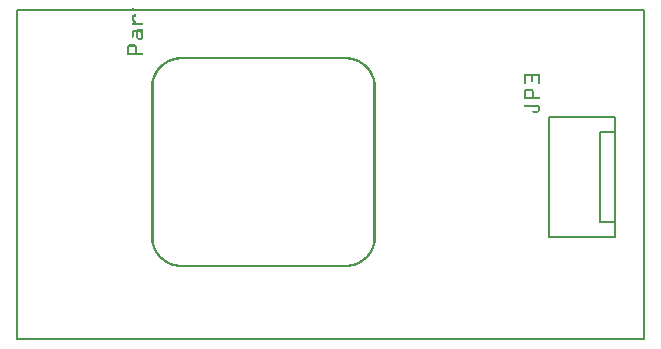
<source format=gto>
G04 MADE WITH FRITZING*
G04 WWW.FRITZING.ORG*
G04 DOUBLE SIDED*
G04 HOLES PLATED*
G04 CONTOUR ON CENTER OF CONTOUR VECTOR*
%ASAXBY*%
%FSLAX23Y23*%
%MOIN*%
%OFA0B0*%
%SFA1.0B1.0*%
%ADD10R,2.097930X1.107440X2.081930X1.091440*%
%ADD11C,0.008000*%
%ADD12C,0.005000*%
%ADD13R,0.001000X0.001000*%
%LNSILK1*%
G90*
G70*
G54D11*
X4Y1103D02*
X2094Y1103D01*
X2094Y4D01*
X4Y4D01*
X4Y1103D01*
D02*
G54D12*
X1777Y345D02*
X1997Y345D01*
D02*
X1777Y745D02*
X1997Y745D01*
D02*
X1777Y745D02*
X1777Y345D01*
D02*
X1997Y745D02*
X1997Y695D01*
D02*
X1997Y695D02*
X1997Y395D01*
D02*
X1997Y395D02*
X1997Y345D01*
D02*
X1997Y395D02*
X1947Y395D01*
D02*
X1947Y395D02*
X1947Y695D01*
D02*
X1947Y695D02*
X1997Y695D01*
G54D13*
X387Y1107D02*
X393Y1107D01*
X387Y1106D02*
X392Y1106D01*
X387Y1105D02*
X392Y1105D01*
X388Y1104D02*
X391Y1104D01*
X394Y1087D02*
X400Y1087D01*
X392Y1086D02*
X401Y1086D01*
X390Y1085D02*
X401Y1085D01*
X389Y1084D02*
X401Y1084D01*
X388Y1083D02*
X401Y1083D01*
X388Y1082D02*
X401Y1082D01*
X387Y1081D02*
X399Y1081D01*
X387Y1080D02*
X394Y1080D01*
X387Y1079D02*
X393Y1079D01*
X387Y1078D02*
X393Y1078D01*
X387Y1077D02*
X393Y1077D01*
X387Y1076D02*
X393Y1076D01*
X387Y1075D02*
X393Y1075D01*
X387Y1074D02*
X393Y1074D01*
X387Y1073D02*
X393Y1073D01*
X387Y1072D02*
X393Y1072D01*
X387Y1071D02*
X393Y1071D01*
X387Y1070D02*
X394Y1070D01*
X387Y1069D02*
X395Y1069D01*
X387Y1068D02*
X396Y1068D01*
X388Y1067D02*
X396Y1067D01*
X389Y1066D02*
X397Y1066D01*
X390Y1065D02*
X398Y1065D01*
X391Y1064D02*
X399Y1064D01*
X392Y1063D02*
X400Y1063D01*
X392Y1062D02*
X401Y1062D01*
X393Y1061D02*
X402Y1061D01*
X390Y1060D02*
X422Y1060D01*
X388Y1059D02*
X424Y1059D01*
X387Y1058D02*
X425Y1058D01*
X387Y1057D02*
X425Y1057D01*
X387Y1056D02*
X425Y1056D01*
X387Y1055D02*
X425Y1055D01*
X388Y1054D02*
X424Y1054D01*
X405Y1037D02*
X423Y1037D01*
X393Y1036D02*
X424Y1036D01*
X391Y1035D02*
X425Y1035D01*
X390Y1034D02*
X425Y1034D01*
X389Y1033D02*
X425Y1033D01*
X388Y1032D02*
X424Y1032D01*
X388Y1031D02*
X423Y1031D01*
X387Y1030D02*
X410Y1030D01*
X415Y1030D02*
X422Y1030D01*
X387Y1029D02*
X394Y1029D01*
X402Y1029D02*
X408Y1029D01*
X415Y1029D02*
X422Y1029D01*
X387Y1028D02*
X393Y1028D01*
X401Y1028D02*
X408Y1028D01*
X416Y1028D02*
X423Y1028D01*
X387Y1027D02*
X393Y1027D01*
X401Y1027D02*
X407Y1027D01*
X416Y1027D02*
X424Y1027D01*
X387Y1026D02*
X393Y1026D01*
X401Y1026D02*
X407Y1026D01*
X417Y1026D02*
X424Y1026D01*
X387Y1025D02*
X393Y1025D01*
X401Y1025D02*
X407Y1025D01*
X418Y1025D02*
X425Y1025D01*
X387Y1024D02*
X393Y1024D01*
X401Y1024D02*
X407Y1024D01*
X418Y1024D02*
X425Y1024D01*
X387Y1023D02*
X393Y1023D01*
X401Y1023D02*
X407Y1023D01*
X419Y1023D02*
X425Y1023D01*
X387Y1022D02*
X393Y1022D01*
X401Y1022D02*
X407Y1022D01*
X419Y1022D02*
X425Y1022D01*
X387Y1021D02*
X393Y1021D01*
X401Y1021D02*
X407Y1021D01*
X419Y1021D02*
X425Y1021D01*
X387Y1020D02*
X393Y1020D01*
X401Y1020D02*
X407Y1020D01*
X419Y1020D02*
X425Y1020D01*
X387Y1019D02*
X393Y1019D01*
X401Y1019D02*
X407Y1019D01*
X419Y1019D02*
X425Y1019D01*
X387Y1018D02*
X393Y1018D01*
X401Y1018D02*
X407Y1018D01*
X419Y1018D02*
X425Y1018D01*
X387Y1017D02*
X393Y1017D01*
X401Y1017D02*
X407Y1017D01*
X419Y1017D02*
X425Y1017D01*
X387Y1016D02*
X393Y1016D01*
X401Y1016D02*
X407Y1016D01*
X419Y1016D02*
X425Y1016D01*
X387Y1015D02*
X393Y1015D01*
X401Y1015D02*
X407Y1015D01*
X419Y1015D02*
X425Y1015D01*
X387Y1014D02*
X393Y1014D01*
X401Y1014D02*
X407Y1014D01*
X419Y1014D02*
X425Y1014D01*
X387Y1013D02*
X392Y1013D01*
X401Y1013D02*
X407Y1013D01*
X419Y1013D02*
X425Y1013D01*
X387Y1012D02*
X392Y1012D01*
X401Y1012D02*
X408Y1012D01*
X419Y1012D02*
X425Y1012D01*
X388Y1011D02*
X392Y1011D01*
X402Y1011D02*
X408Y1011D01*
X418Y1011D02*
X425Y1011D01*
X390Y1010D02*
X390Y1010D01*
X402Y1010D02*
X424Y1010D01*
X402Y1009D02*
X424Y1009D01*
X403Y1008D02*
X423Y1008D01*
X404Y1007D02*
X423Y1007D01*
X404Y1006D02*
X422Y1006D01*
X406Y1005D02*
X421Y1005D01*
X407Y1004D02*
X419Y1004D01*
X379Y987D02*
X397Y987D01*
X377Y986D02*
X399Y986D01*
X375Y985D02*
X401Y985D01*
X374Y984D02*
X402Y984D01*
X374Y983D02*
X402Y983D01*
X373Y982D02*
X403Y982D01*
X373Y981D02*
X404Y981D01*
X372Y980D02*
X380Y980D01*
X397Y980D02*
X404Y980D01*
X372Y979D02*
X378Y979D01*
X398Y979D02*
X404Y979D01*
X372Y978D02*
X378Y978D01*
X398Y978D02*
X404Y978D01*
X372Y977D02*
X378Y977D01*
X398Y977D02*
X404Y977D01*
X372Y976D02*
X378Y976D01*
X398Y976D02*
X404Y976D01*
X372Y975D02*
X378Y975D01*
X398Y975D02*
X404Y975D01*
X372Y974D02*
X378Y974D01*
X398Y974D02*
X404Y974D01*
X372Y973D02*
X378Y973D01*
X398Y973D02*
X404Y973D01*
X372Y972D02*
X378Y972D01*
X398Y972D02*
X404Y972D01*
X372Y971D02*
X378Y971D01*
X398Y971D02*
X404Y971D01*
X372Y970D02*
X378Y970D01*
X398Y970D02*
X404Y970D01*
X372Y969D02*
X378Y969D01*
X398Y969D02*
X404Y969D01*
X372Y968D02*
X378Y968D01*
X398Y968D02*
X404Y968D01*
X372Y967D02*
X378Y967D01*
X398Y967D02*
X404Y967D01*
X372Y966D02*
X378Y966D01*
X398Y966D02*
X404Y966D01*
X372Y965D02*
X378Y965D01*
X398Y965D02*
X404Y965D01*
X372Y964D02*
X378Y964D01*
X398Y964D02*
X404Y964D01*
X372Y963D02*
X378Y963D01*
X398Y963D02*
X404Y963D01*
X372Y962D02*
X378Y962D01*
X398Y962D02*
X404Y962D01*
X372Y961D02*
X378Y961D01*
X398Y961D02*
X404Y961D01*
X372Y960D02*
X422Y960D01*
X372Y959D02*
X424Y959D01*
X372Y958D02*
X425Y958D01*
X372Y957D02*
X425Y957D01*
X372Y956D02*
X425Y956D01*
X372Y955D02*
X425Y955D01*
X372Y954D02*
X424Y954D01*
X545Y945D02*
X1107Y945D01*
X536Y944D02*
X1116Y944D01*
X531Y943D02*
X1121Y943D01*
X527Y942D02*
X1125Y942D01*
X523Y941D02*
X1129Y941D01*
X520Y940D02*
X1132Y940D01*
X517Y939D02*
X1135Y939D01*
X514Y938D02*
X1138Y938D01*
X512Y937D02*
X544Y937D01*
X1108Y937D02*
X1140Y937D01*
X510Y936D02*
X535Y936D01*
X1117Y936D02*
X1142Y936D01*
X508Y935D02*
X530Y935D01*
X1122Y935D02*
X1144Y935D01*
X506Y934D02*
X526Y934D01*
X1126Y934D02*
X1146Y934D01*
X504Y933D02*
X523Y933D01*
X1129Y933D02*
X1148Y933D01*
X502Y932D02*
X520Y932D01*
X1132Y932D02*
X1150Y932D01*
X500Y931D02*
X517Y931D01*
X1135Y931D02*
X1152Y931D01*
X499Y930D02*
X515Y930D01*
X1137Y930D02*
X1153Y930D01*
X497Y929D02*
X513Y929D01*
X1139Y929D02*
X1155Y929D01*
X496Y928D02*
X510Y928D01*
X1142Y928D02*
X1156Y928D01*
X494Y927D02*
X508Y927D01*
X1144Y927D02*
X1158Y927D01*
X493Y926D02*
X506Y926D01*
X1145Y926D02*
X1159Y926D01*
X491Y925D02*
X505Y925D01*
X1147Y925D02*
X1160Y925D01*
X490Y924D02*
X503Y924D01*
X1149Y924D02*
X1162Y924D01*
X489Y923D02*
X501Y923D01*
X1151Y923D02*
X1163Y923D01*
X487Y922D02*
X500Y922D01*
X1152Y922D02*
X1164Y922D01*
X486Y921D02*
X498Y921D01*
X1154Y921D02*
X1166Y921D01*
X485Y920D02*
X497Y920D01*
X1155Y920D02*
X1167Y920D01*
X484Y919D02*
X496Y919D01*
X1156Y919D02*
X1168Y919D01*
X483Y918D02*
X494Y918D01*
X1158Y918D02*
X1169Y918D01*
X482Y917D02*
X493Y917D01*
X1159Y917D02*
X1170Y917D01*
X481Y916D02*
X492Y916D01*
X1160Y916D02*
X1171Y916D01*
X480Y915D02*
X491Y915D01*
X1161Y915D02*
X1172Y915D01*
X479Y914D02*
X490Y914D01*
X1162Y914D02*
X1173Y914D01*
X478Y913D02*
X488Y913D01*
X1163Y913D02*
X1174Y913D01*
X477Y912D02*
X487Y912D01*
X1165Y912D02*
X1175Y912D01*
X476Y911D02*
X486Y911D01*
X1166Y911D02*
X1176Y911D01*
X475Y910D02*
X485Y910D01*
X1167Y910D02*
X1177Y910D01*
X475Y909D02*
X484Y909D01*
X1168Y909D02*
X1177Y909D01*
X474Y908D02*
X483Y908D01*
X1169Y908D02*
X1178Y908D01*
X473Y907D02*
X483Y907D01*
X1169Y907D02*
X1179Y907D01*
X472Y906D02*
X482Y906D01*
X1170Y906D02*
X1180Y906D01*
X472Y905D02*
X481Y905D01*
X1171Y905D02*
X1180Y905D01*
X471Y904D02*
X480Y904D01*
X1172Y904D02*
X1181Y904D01*
X470Y903D02*
X479Y903D01*
X1173Y903D02*
X1182Y903D01*
X469Y902D02*
X478Y902D01*
X1174Y902D02*
X1183Y902D01*
X469Y901D02*
X477Y901D01*
X1174Y901D02*
X1183Y901D01*
X468Y900D02*
X477Y900D01*
X1175Y900D02*
X1184Y900D01*
X467Y899D02*
X476Y899D01*
X1176Y899D02*
X1185Y899D01*
X467Y898D02*
X475Y898D01*
X1177Y898D02*
X1185Y898D01*
X466Y897D02*
X475Y897D01*
X1177Y897D02*
X1186Y897D01*
X465Y896D02*
X474Y896D01*
X1178Y896D02*
X1186Y896D01*
X465Y895D02*
X473Y895D01*
X1179Y895D02*
X1187Y895D01*
X464Y894D02*
X473Y894D01*
X1179Y894D02*
X1188Y894D01*
X464Y893D02*
X472Y893D01*
X1180Y893D02*
X1188Y893D01*
X463Y892D02*
X471Y892D01*
X1181Y892D02*
X1189Y892D01*
X463Y891D02*
X471Y891D01*
X1181Y891D02*
X1189Y891D01*
X462Y890D02*
X470Y890D01*
X1182Y890D02*
X1190Y890D01*
X1699Y890D02*
X1715Y890D01*
X1726Y890D02*
X1741Y890D01*
X462Y889D02*
X470Y889D01*
X1182Y889D02*
X1190Y889D01*
X1697Y889D02*
X1717Y889D01*
X1723Y889D02*
X1744Y889D01*
X461Y888D02*
X469Y888D01*
X1183Y888D02*
X1191Y888D01*
X1696Y888D02*
X1719Y888D01*
X1722Y888D02*
X1745Y888D01*
X461Y887D02*
X469Y887D01*
X1183Y887D02*
X1191Y887D01*
X1695Y887D02*
X1746Y887D01*
X460Y886D02*
X468Y886D01*
X1184Y886D02*
X1192Y886D01*
X1694Y886D02*
X1746Y886D01*
X460Y885D02*
X468Y885D01*
X1184Y885D02*
X1192Y885D01*
X1694Y885D02*
X1747Y885D01*
X459Y884D02*
X467Y884D01*
X1185Y884D02*
X1192Y884D01*
X1694Y884D02*
X1747Y884D01*
X459Y883D02*
X467Y883D01*
X1185Y883D02*
X1193Y883D01*
X1694Y883D02*
X1700Y883D01*
X1715Y883D02*
X1726Y883D01*
X1741Y883D02*
X1747Y883D01*
X459Y882D02*
X466Y882D01*
X1186Y882D02*
X1193Y882D01*
X1694Y882D02*
X1700Y882D01*
X1716Y882D02*
X1724Y882D01*
X1741Y882D02*
X1747Y882D01*
X458Y881D02*
X466Y881D01*
X1186Y881D02*
X1194Y881D01*
X1694Y881D02*
X1700Y881D01*
X1717Y881D02*
X1724Y881D01*
X1741Y881D02*
X1747Y881D01*
X458Y880D02*
X465Y880D01*
X1187Y880D02*
X1194Y880D01*
X1694Y880D02*
X1700Y880D01*
X1717Y880D02*
X1723Y880D01*
X1741Y880D02*
X1747Y880D01*
X458Y879D02*
X465Y879D01*
X1187Y879D02*
X1194Y879D01*
X1694Y879D02*
X1700Y879D01*
X1717Y879D02*
X1723Y879D01*
X1741Y879D02*
X1747Y879D01*
X457Y878D02*
X465Y878D01*
X1187Y878D02*
X1195Y878D01*
X1694Y878D02*
X1700Y878D01*
X1717Y878D02*
X1723Y878D01*
X1741Y878D02*
X1747Y878D01*
X457Y877D02*
X464Y877D01*
X1188Y877D02*
X1195Y877D01*
X1694Y877D02*
X1700Y877D01*
X1717Y877D02*
X1723Y877D01*
X1741Y877D02*
X1747Y877D01*
X457Y876D02*
X464Y876D01*
X1188Y876D02*
X1195Y876D01*
X1694Y876D02*
X1700Y876D01*
X1717Y876D02*
X1723Y876D01*
X1741Y876D02*
X1747Y876D01*
X456Y875D02*
X463Y875D01*
X1188Y875D02*
X1196Y875D01*
X1694Y875D02*
X1700Y875D01*
X1717Y875D02*
X1723Y875D01*
X1741Y875D02*
X1747Y875D01*
X456Y874D02*
X463Y874D01*
X1189Y874D02*
X1196Y874D01*
X1694Y874D02*
X1700Y874D01*
X1717Y874D02*
X1723Y874D01*
X1741Y874D02*
X1747Y874D01*
X456Y873D02*
X463Y873D01*
X1189Y873D02*
X1196Y873D01*
X1694Y873D02*
X1700Y873D01*
X1717Y873D02*
X1723Y873D01*
X1741Y873D02*
X1747Y873D01*
X455Y872D02*
X462Y872D01*
X1189Y872D02*
X1197Y872D01*
X1694Y872D02*
X1700Y872D01*
X1717Y872D02*
X1723Y872D01*
X1741Y872D02*
X1747Y872D01*
X455Y871D02*
X462Y871D01*
X1190Y871D02*
X1197Y871D01*
X1694Y871D02*
X1700Y871D01*
X1717Y871D02*
X1723Y871D01*
X1741Y871D02*
X1747Y871D01*
X455Y870D02*
X462Y870D01*
X1190Y870D02*
X1197Y870D01*
X1694Y870D02*
X1700Y870D01*
X1717Y870D02*
X1723Y870D01*
X1741Y870D02*
X1747Y870D01*
X455Y869D02*
X462Y869D01*
X1190Y869D02*
X1197Y869D01*
X1694Y869D02*
X1700Y869D01*
X1717Y869D02*
X1723Y869D01*
X1741Y869D02*
X1747Y869D01*
X454Y868D02*
X461Y868D01*
X1191Y868D02*
X1198Y868D01*
X1694Y868D02*
X1700Y868D01*
X1717Y868D02*
X1723Y868D01*
X1741Y868D02*
X1747Y868D01*
X454Y867D02*
X461Y867D01*
X1191Y867D02*
X1198Y867D01*
X1694Y867D02*
X1700Y867D01*
X1717Y867D02*
X1723Y867D01*
X1741Y867D02*
X1747Y867D01*
X454Y866D02*
X461Y866D01*
X1191Y866D02*
X1198Y866D01*
X1694Y866D02*
X1700Y866D01*
X1717Y866D02*
X1723Y866D01*
X1741Y866D02*
X1747Y866D01*
X454Y865D02*
X461Y865D01*
X1191Y865D02*
X1198Y865D01*
X1694Y865D02*
X1700Y865D01*
X1717Y865D02*
X1723Y865D01*
X1741Y865D02*
X1747Y865D01*
X453Y864D02*
X460Y864D01*
X1191Y864D02*
X1198Y864D01*
X1694Y864D02*
X1700Y864D01*
X1718Y864D02*
X1723Y864D01*
X1741Y864D02*
X1747Y864D01*
X453Y863D02*
X460Y863D01*
X1192Y863D02*
X1199Y863D01*
X1694Y863D02*
X1700Y863D01*
X1719Y863D02*
X1722Y863D01*
X1741Y863D02*
X1747Y863D01*
X453Y862D02*
X460Y862D01*
X1192Y862D02*
X1199Y862D01*
X1694Y862D02*
X1700Y862D01*
X1741Y862D02*
X1747Y862D01*
X453Y861D02*
X460Y861D01*
X1192Y861D02*
X1199Y861D01*
X1694Y861D02*
X1700Y861D01*
X1741Y861D02*
X1747Y861D01*
X453Y860D02*
X460Y860D01*
X1192Y860D02*
X1199Y860D01*
X1694Y860D02*
X1700Y860D01*
X1741Y860D02*
X1747Y860D01*
X453Y859D02*
X460Y859D01*
X1192Y859D02*
X1199Y859D01*
X1694Y859D02*
X1700Y859D01*
X1741Y859D02*
X1747Y859D01*
X452Y858D02*
X459Y858D01*
X1192Y858D02*
X1199Y858D01*
X1694Y858D02*
X1700Y858D01*
X1741Y858D02*
X1747Y858D01*
X452Y857D02*
X459Y857D01*
X1193Y857D02*
X1200Y857D01*
X1694Y857D02*
X1699Y857D01*
X1742Y857D02*
X1746Y857D01*
X452Y856D02*
X459Y856D01*
X1193Y856D02*
X1200Y856D01*
X1696Y856D02*
X1698Y856D01*
X1743Y856D02*
X1745Y856D01*
X452Y855D02*
X459Y855D01*
X1193Y855D02*
X1200Y855D01*
X452Y854D02*
X459Y854D01*
X1193Y854D02*
X1200Y854D01*
X452Y853D02*
X459Y853D01*
X1193Y853D02*
X1200Y853D01*
X452Y852D02*
X459Y852D01*
X1193Y852D02*
X1200Y852D01*
X452Y851D02*
X459Y851D01*
X1193Y851D02*
X1200Y851D01*
X452Y850D02*
X459Y850D01*
X1193Y850D02*
X1200Y850D01*
X452Y849D02*
X459Y849D01*
X1193Y849D02*
X1200Y849D01*
X452Y848D02*
X459Y848D01*
X1193Y848D02*
X1200Y848D01*
X452Y847D02*
X459Y847D01*
X1193Y847D02*
X1200Y847D01*
X452Y846D02*
X459Y846D01*
X1193Y846D02*
X1200Y846D01*
X452Y845D02*
X459Y845D01*
X1193Y845D02*
X1200Y845D01*
X452Y844D02*
X459Y844D01*
X1193Y844D02*
X1200Y844D01*
X452Y843D02*
X459Y843D01*
X1193Y843D02*
X1200Y843D01*
X452Y842D02*
X459Y842D01*
X1193Y842D02*
X1200Y842D01*
X452Y841D02*
X459Y841D01*
X1193Y841D02*
X1200Y841D01*
X452Y840D02*
X459Y840D01*
X1193Y840D02*
X1200Y840D01*
X1702Y840D02*
X1718Y840D01*
X452Y839D02*
X459Y839D01*
X1193Y839D02*
X1200Y839D01*
X1699Y839D02*
X1720Y839D01*
X452Y838D02*
X459Y838D01*
X1193Y838D02*
X1200Y838D01*
X1698Y838D02*
X1722Y838D01*
X452Y837D02*
X459Y837D01*
X1193Y837D02*
X1200Y837D01*
X1697Y837D02*
X1723Y837D01*
X452Y836D02*
X459Y836D01*
X1193Y836D02*
X1200Y836D01*
X1696Y836D02*
X1724Y836D01*
X452Y835D02*
X459Y835D01*
X1193Y835D02*
X1200Y835D01*
X1695Y835D02*
X1725Y835D01*
X452Y834D02*
X459Y834D01*
X1193Y834D02*
X1200Y834D01*
X1695Y834D02*
X1725Y834D01*
X452Y833D02*
X459Y833D01*
X1193Y833D02*
X1200Y833D01*
X1694Y833D02*
X1702Y833D01*
X1718Y833D02*
X1726Y833D01*
X452Y832D02*
X459Y832D01*
X1193Y832D02*
X1200Y832D01*
X1694Y832D02*
X1701Y832D01*
X1719Y832D02*
X1726Y832D01*
X452Y831D02*
X459Y831D01*
X1193Y831D02*
X1200Y831D01*
X1694Y831D02*
X1700Y831D01*
X1720Y831D02*
X1726Y831D01*
X452Y830D02*
X459Y830D01*
X1193Y830D02*
X1200Y830D01*
X1694Y830D02*
X1700Y830D01*
X1720Y830D02*
X1726Y830D01*
X452Y829D02*
X459Y829D01*
X1193Y829D02*
X1200Y829D01*
X1694Y829D02*
X1700Y829D01*
X1720Y829D02*
X1726Y829D01*
X452Y828D02*
X459Y828D01*
X1193Y828D02*
X1200Y828D01*
X1694Y828D02*
X1700Y828D01*
X1720Y828D02*
X1726Y828D01*
X452Y827D02*
X459Y827D01*
X1193Y827D02*
X1200Y827D01*
X1694Y827D02*
X1700Y827D01*
X1720Y827D02*
X1726Y827D01*
X452Y826D02*
X459Y826D01*
X1193Y826D02*
X1200Y826D01*
X1694Y826D02*
X1700Y826D01*
X1720Y826D02*
X1726Y826D01*
X452Y825D02*
X459Y825D01*
X1193Y825D02*
X1200Y825D01*
X1694Y825D02*
X1700Y825D01*
X1720Y825D02*
X1726Y825D01*
X452Y824D02*
X459Y824D01*
X1193Y824D02*
X1200Y824D01*
X1694Y824D02*
X1700Y824D01*
X1720Y824D02*
X1726Y824D01*
X452Y823D02*
X459Y823D01*
X1193Y823D02*
X1200Y823D01*
X1694Y823D02*
X1700Y823D01*
X1720Y823D02*
X1726Y823D01*
X452Y822D02*
X459Y822D01*
X1193Y822D02*
X1200Y822D01*
X1694Y822D02*
X1700Y822D01*
X1720Y822D02*
X1726Y822D01*
X452Y821D02*
X459Y821D01*
X1193Y821D02*
X1200Y821D01*
X1694Y821D02*
X1700Y821D01*
X1720Y821D02*
X1726Y821D01*
X452Y820D02*
X459Y820D01*
X1193Y820D02*
X1200Y820D01*
X1694Y820D02*
X1700Y820D01*
X1720Y820D02*
X1726Y820D01*
X452Y819D02*
X459Y819D01*
X1193Y819D02*
X1200Y819D01*
X1694Y819D02*
X1700Y819D01*
X1720Y819D02*
X1726Y819D01*
X452Y818D02*
X459Y818D01*
X1193Y818D02*
X1200Y818D01*
X1694Y818D02*
X1700Y818D01*
X1720Y818D02*
X1726Y818D01*
X452Y817D02*
X459Y817D01*
X1193Y817D02*
X1200Y817D01*
X1694Y817D02*
X1700Y817D01*
X1720Y817D02*
X1726Y817D01*
X452Y816D02*
X459Y816D01*
X1193Y816D02*
X1200Y816D01*
X1694Y816D02*
X1700Y816D01*
X1720Y816D02*
X1726Y816D01*
X452Y815D02*
X459Y815D01*
X1193Y815D02*
X1200Y815D01*
X1694Y815D02*
X1700Y815D01*
X1720Y815D02*
X1726Y815D01*
X452Y814D02*
X459Y814D01*
X1193Y814D02*
X1200Y814D01*
X1694Y814D02*
X1700Y814D01*
X1720Y814D02*
X1726Y814D01*
X452Y813D02*
X459Y813D01*
X1193Y813D02*
X1200Y813D01*
X1694Y813D02*
X1700Y813D01*
X1720Y813D02*
X1726Y813D01*
X452Y812D02*
X459Y812D01*
X1193Y812D02*
X1200Y812D01*
X1694Y812D02*
X1745Y812D01*
X452Y811D02*
X459Y811D01*
X1193Y811D02*
X1200Y811D01*
X1694Y811D02*
X1746Y811D01*
X452Y810D02*
X459Y810D01*
X1193Y810D02*
X1200Y810D01*
X1694Y810D02*
X1747Y810D01*
X452Y809D02*
X459Y809D01*
X1193Y809D02*
X1200Y809D01*
X1694Y809D02*
X1747Y809D01*
X452Y808D02*
X459Y808D01*
X1193Y808D02*
X1200Y808D01*
X1694Y808D02*
X1747Y808D01*
X452Y807D02*
X459Y807D01*
X1193Y807D02*
X1200Y807D01*
X1694Y807D02*
X1746Y807D01*
X452Y806D02*
X459Y806D01*
X1193Y806D02*
X1200Y806D01*
X1694Y806D02*
X1745Y806D01*
X452Y805D02*
X459Y805D01*
X1193Y805D02*
X1200Y805D01*
X452Y804D02*
X459Y804D01*
X1193Y804D02*
X1200Y804D01*
X452Y803D02*
X459Y803D01*
X1193Y803D02*
X1200Y803D01*
X452Y802D02*
X459Y802D01*
X1193Y802D02*
X1200Y802D01*
X452Y801D02*
X459Y801D01*
X1193Y801D02*
X1200Y801D01*
X452Y800D02*
X459Y800D01*
X1193Y800D02*
X1200Y800D01*
X452Y799D02*
X459Y799D01*
X1193Y799D02*
X1200Y799D01*
X452Y798D02*
X459Y798D01*
X1193Y798D02*
X1200Y798D01*
X452Y797D02*
X459Y797D01*
X1193Y797D02*
X1200Y797D01*
X452Y796D02*
X459Y796D01*
X1193Y796D02*
X1200Y796D01*
X452Y795D02*
X459Y795D01*
X1193Y795D02*
X1200Y795D01*
X452Y794D02*
X459Y794D01*
X1193Y794D02*
X1200Y794D01*
X452Y793D02*
X459Y793D01*
X1193Y793D02*
X1200Y793D01*
X452Y792D02*
X459Y792D01*
X1193Y792D02*
X1200Y792D01*
X452Y791D02*
X459Y791D01*
X1193Y791D02*
X1200Y791D01*
X452Y790D02*
X459Y790D01*
X1193Y790D02*
X1200Y790D01*
X452Y789D02*
X459Y789D01*
X1193Y789D02*
X1200Y789D01*
X452Y788D02*
X459Y788D01*
X1193Y788D02*
X1200Y788D01*
X452Y787D02*
X459Y787D01*
X1193Y787D02*
X1200Y787D01*
X452Y786D02*
X459Y786D01*
X1193Y786D02*
X1200Y786D01*
X1695Y786D02*
X1740Y786D01*
X452Y785D02*
X459Y785D01*
X1193Y785D02*
X1200Y785D01*
X1694Y785D02*
X1742Y785D01*
X452Y784D02*
X459Y784D01*
X1193Y784D02*
X1200Y784D01*
X1694Y784D02*
X1743Y784D01*
X452Y783D02*
X459Y783D01*
X1193Y783D02*
X1200Y783D01*
X1694Y783D02*
X1744Y783D01*
X452Y782D02*
X459Y782D01*
X1193Y782D02*
X1200Y782D01*
X1694Y782D02*
X1745Y782D01*
X452Y781D02*
X459Y781D01*
X1193Y781D02*
X1200Y781D01*
X1695Y781D02*
X1746Y781D01*
X452Y780D02*
X459Y780D01*
X1193Y780D02*
X1200Y780D01*
X1696Y780D02*
X1746Y780D01*
X452Y779D02*
X459Y779D01*
X1193Y779D02*
X1200Y779D01*
X1739Y779D02*
X1746Y779D01*
X452Y778D02*
X459Y778D01*
X1193Y778D02*
X1200Y778D01*
X1740Y778D02*
X1747Y778D01*
X452Y777D02*
X459Y777D01*
X1193Y777D02*
X1200Y777D01*
X1741Y777D02*
X1747Y777D01*
X452Y776D02*
X459Y776D01*
X1193Y776D02*
X1200Y776D01*
X1741Y776D02*
X1747Y776D01*
X452Y775D02*
X459Y775D01*
X1193Y775D02*
X1200Y775D01*
X1741Y775D02*
X1747Y775D01*
X452Y774D02*
X459Y774D01*
X1193Y774D02*
X1200Y774D01*
X1741Y774D02*
X1747Y774D01*
X452Y773D02*
X459Y773D01*
X1193Y773D02*
X1200Y773D01*
X1741Y773D02*
X1747Y773D01*
X452Y772D02*
X459Y772D01*
X1193Y772D02*
X1200Y772D01*
X1741Y772D02*
X1747Y772D01*
X452Y771D02*
X459Y771D01*
X1193Y771D02*
X1200Y771D01*
X1741Y771D02*
X1747Y771D01*
X452Y770D02*
X459Y770D01*
X1193Y770D02*
X1200Y770D01*
X1741Y770D02*
X1747Y770D01*
X452Y769D02*
X459Y769D01*
X1193Y769D02*
X1200Y769D01*
X1741Y769D02*
X1747Y769D01*
X452Y768D02*
X459Y768D01*
X1193Y768D02*
X1200Y768D01*
X1740Y768D02*
X1747Y768D01*
X452Y767D02*
X459Y767D01*
X1193Y767D02*
X1200Y767D01*
X1740Y767D02*
X1747Y767D01*
X452Y766D02*
X459Y766D01*
X1193Y766D02*
X1200Y766D01*
X1726Y766D02*
X1746Y766D01*
X452Y765D02*
X459Y765D01*
X1193Y765D02*
X1200Y765D01*
X1724Y765D02*
X1746Y765D01*
X452Y764D02*
X459Y764D01*
X1193Y764D02*
X1200Y764D01*
X1723Y764D02*
X1745Y764D01*
X452Y763D02*
X459Y763D01*
X1193Y763D02*
X1200Y763D01*
X1723Y763D02*
X1744Y763D01*
X452Y762D02*
X459Y762D01*
X1193Y762D02*
X1200Y762D01*
X1723Y762D02*
X1744Y762D01*
X452Y761D02*
X459Y761D01*
X1193Y761D02*
X1200Y761D01*
X1724Y761D02*
X1742Y761D01*
X452Y760D02*
X459Y760D01*
X1193Y760D02*
X1200Y760D01*
X1724Y760D02*
X1741Y760D01*
X452Y759D02*
X459Y759D01*
X1193Y759D02*
X1200Y759D01*
X452Y758D02*
X459Y758D01*
X1193Y758D02*
X1200Y758D01*
X452Y757D02*
X459Y757D01*
X1193Y757D02*
X1200Y757D01*
X452Y756D02*
X459Y756D01*
X1193Y756D02*
X1200Y756D01*
X452Y755D02*
X459Y755D01*
X1193Y755D02*
X1200Y755D01*
X452Y754D02*
X459Y754D01*
X1193Y754D02*
X1200Y754D01*
X452Y753D02*
X459Y753D01*
X1193Y753D02*
X1200Y753D01*
X452Y752D02*
X459Y752D01*
X1193Y752D02*
X1200Y752D01*
X452Y751D02*
X459Y751D01*
X1193Y751D02*
X1200Y751D01*
X452Y750D02*
X459Y750D01*
X1193Y750D02*
X1200Y750D01*
X452Y749D02*
X459Y749D01*
X1193Y749D02*
X1200Y749D01*
X452Y748D02*
X459Y748D01*
X1193Y748D02*
X1200Y748D01*
X452Y747D02*
X459Y747D01*
X1193Y747D02*
X1200Y747D01*
X452Y746D02*
X459Y746D01*
X1193Y746D02*
X1200Y746D01*
X452Y745D02*
X459Y745D01*
X1193Y745D02*
X1200Y745D01*
X452Y744D02*
X459Y744D01*
X1193Y744D02*
X1200Y744D01*
X452Y743D02*
X459Y743D01*
X1193Y743D02*
X1200Y743D01*
X452Y742D02*
X459Y742D01*
X1193Y742D02*
X1200Y742D01*
X452Y741D02*
X459Y741D01*
X1193Y741D02*
X1200Y741D01*
X452Y740D02*
X459Y740D01*
X1193Y740D02*
X1200Y740D01*
X452Y739D02*
X459Y739D01*
X1193Y739D02*
X1200Y739D01*
X452Y738D02*
X459Y738D01*
X1193Y738D02*
X1200Y738D01*
X452Y737D02*
X459Y737D01*
X1193Y737D02*
X1200Y737D01*
X452Y736D02*
X459Y736D01*
X1193Y736D02*
X1200Y736D01*
X452Y735D02*
X459Y735D01*
X1193Y735D02*
X1200Y735D01*
X452Y734D02*
X459Y734D01*
X1193Y734D02*
X1200Y734D01*
X452Y733D02*
X459Y733D01*
X1193Y733D02*
X1200Y733D01*
X452Y732D02*
X459Y732D01*
X1193Y732D02*
X1200Y732D01*
X452Y731D02*
X459Y731D01*
X1193Y731D02*
X1200Y731D01*
X452Y730D02*
X459Y730D01*
X1193Y730D02*
X1200Y730D01*
X452Y729D02*
X459Y729D01*
X1193Y729D02*
X1200Y729D01*
X452Y728D02*
X459Y728D01*
X1193Y728D02*
X1200Y728D01*
X452Y727D02*
X459Y727D01*
X1193Y727D02*
X1200Y727D01*
X452Y726D02*
X459Y726D01*
X1193Y726D02*
X1200Y726D01*
X452Y725D02*
X459Y725D01*
X1193Y725D02*
X1200Y725D01*
X452Y724D02*
X459Y724D01*
X1193Y724D02*
X1200Y724D01*
X452Y723D02*
X459Y723D01*
X1193Y723D02*
X1200Y723D01*
X452Y722D02*
X459Y722D01*
X1193Y722D02*
X1200Y722D01*
X452Y721D02*
X459Y721D01*
X1193Y721D02*
X1200Y721D01*
X452Y720D02*
X459Y720D01*
X1193Y720D02*
X1200Y720D01*
X452Y719D02*
X459Y719D01*
X1193Y719D02*
X1200Y719D01*
X452Y718D02*
X459Y718D01*
X1193Y718D02*
X1200Y718D01*
X452Y717D02*
X459Y717D01*
X1193Y717D02*
X1200Y717D01*
X452Y716D02*
X459Y716D01*
X1193Y716D02*
X1200Y716D01*
X452Y715D02*
X459Y715D01*
X1193Y715D02*
X1200Y715D01*
X452Y714D02*
X459Y714D01*
X1193Y714D02*
X1200Y714D01*
X452Y713D02*
X459Y713D01*
X1193Y713D02*
X1200Y713D01*
X452Y712D02*
X459Y712D01*
X1193Y712D02*
X1200Y712D01*
X452Y711D02*
X459Y711D01*
X1193Y711D02*
X1200Y711D01*
X452Y710D02*
X459Y710D01*
X1193Y710D02*
X1200Y710D01*
X452Y709D02*
X459Y709D01*
X1193Y709D02*
X1200Y709D01*
X452Y708D02*
X459Y708D01*
X1193Y708D02*
X1200Y708D01*
X452Y707D02*
X459Y707D01*
X1193Y707D02*
X1200Y707D01*
X452Y706D02*
X459Y706D01*
X1193Y706D02*
X1200Y706D01*
X452Y705D02*
X459Y705D01*
X1193Y705D02*
X1200Y705D01*
X452Y704D02*
X459Y704D01*
X1193Y704D02*
X1200Y704D01*
X452Y703D02*
X459Y703D01*
X1193Y703D02*
X1200Y703D01*
X452Y702D02*
X459Y702D01*
X1193Y702D02*
X1200Y702D01*
X452Y701D02*
X459Y701D01*
X1193Y701D02*
X1200Y701D01*
X452Y700D02*
X459Y700D01*
X1193Y700D02*
X1200Y700D01*
X452Y699D02*
X459Y699D01*
X1193Y699D02*
X1200Y699D01*
X452Y698D02*
X459Y698D01*
X1193Y698D02*
X1200Y698D01*
X452Y697D02*
X459Y697D01*
X1193Y697D02*
X1200Y697D01*
X452Y696D02*
X459Y696D01*
X1193Y696D02*
X1200Y696D01*
X452Y695D02*
X459Y695D01*
X1193Y695D02*
X1200Y695D01*
X452Y694D02*
X459Y694D01*
X1193Y694D02*
X1200Y694D01*
X452Y693D02*
X459Y693D01*
X1193Y693D02*
X1200Y693D01*
X452Y692D02*
X459Y692D01*
X1193Y692D02*
X1200Y692D01*
X452Y691D02*
X459Y691D01*
X1193Y691D02*
X1200Y691D01*
X452Y690D02*
X459Y690D01*
X1193Y690D02*
X1200Y690D01*
X452Y689D02*
X459Y689D01*
X1193Y689D02*
X1200Y689D01*
X452Y688D02*
X459Y688D01*
X1193Y688D02*
X1200Y688D01*
X452Y687D02*
X459Y687D01*
X1193Y687D02*
X1200Y687D01*
X452Y686D02*
X459Y686D01*
X1193Y686D02*
X1200Y686D01*
X452Y685D02*
X459Y685D01*
X1193Y685D02*
X1200Y685D01*
X452Y684D02*
X459Y684D01*
X1193Y684D02*
X1200Y684D01*
X452Y683D02*
X459Y683D01*
X1193Y683D02*
X1200Y683D01*
X452Y682D02*
X459Y682D01*
X1193Y682D02*
X1200Y682D01*
X452Y681D02*
X459Y681D01*
X1193Y681D02*
X1200Y681D01*
X452Y680D02*
X459Y680D01*
X1193Y680D02*
X1200Y680D01*
X452Y679D02*
X459Y679D01*
X1193Y679D02*
X1200Y679D01*
X452Y678D02*
X459Y678D01*
X1193Y678D02*
X1200Y678D01*
X452Y677D02*
X459Y677D01*
X1193Y677D02*
X1200Y677D01*
X452Y676D02*
X459Y676D01*
X1193Y676D02*
X1200Y676D01*
X452Y675D02*
X459Y675D01*
X1193Y675D02*
X1200Y675D01*
X452Y674D02*
X459Y674D01*
X1193Y674D02*
X1200Y674D01*
X452Y673D02*
X459Y673D01*
X1193Y673D02*
X1200Y673D01*
X452Y672D02*
X459Y672D01*
X1193Y672D02*
X1200Y672D01*
X452Y671D02*
X459Y671D01*
X1193Y671D02*
X1200Y671D01*
X452Y670D02*
X459Y670D01*
X1193Y670D02*
X1200Y670D01*
X452Y669D02*
X459Y669D01*
X1193Y669D02*
X1200Y669D01*
X452Y668D02*
X459Y668D01*
X1193Y668D02*
X1200Y668D01*
X452Y667D02*
X459Y667D01*
X1193Y667D02*
X1200Y667D01*
X452Y666D02*
X459Y666D01*
X1193Y666D02*
X1200Y666D01*
X452Y665D02*
X459Y665D01*
X1193Y665D02*
X1200Y665D01*
X452Y664D02*
X459Y664D01*
X1193Y664D02*
X1200Y664D01*
X452Y663D02*
X459Y663D01*
X1193Y663D02*
X1200Y663D01*
X452Y662D02*
X459Y662D01*
X1193Y662D02*
X1200Y662D01*
X452Y661D02*
X459Y661D01*
X1193Y661D02*
X1200Y661D01*
X452Y660D02*
X459Y660D01*
X1193Y660D02*
X1200Y660D01*
X452Y659D02*
X459Y659D01*
X1193Y659D02*
X1200Y659D01*
X452Y658D02*
X459Y658D01*
X1193Y658D02*
X1200Y658D01*
X452Y657D02*
X459Y657D01*
X1193Y657D02*
X1200Y657D01*
X452Y656D02*
X459Y656D01*
X1193Y656D02*
X1200Y656D01*
X452Y655D02*
X459Y655D01*
X1193Y655D02*
X1200Y655D01*
X452Y654D02*
X459Y654D01*
X1193Y654D02*
X1200Y654D01*
X452Y653D02*
X459Y653D01*
X1193Y653D02*
X1200Y653D01*
X452Y652D02*
X459Y652D01*
X1193Y652D02*
X1200Y652D01*
X452Y651D02*
X459Y651D01*
X1193Y651D02*
X1200Y651D01*
X452Y650D02*
X459Y650D01*
X1193Y650D02*
X1200Y650D01*
X452Y649D02*
X459Y649D01*
X1193Y649D02*
X1200Y649D01*
X452Y648D02*
X459Y648D01*
X1193Y648D02*
X1200Y648D01*
X452Y647D02*
X459Y647D01*
X1193Y647D02*
X1200Y647D01*
X452Y646D02*
X459Y646D01*
X1193Y646D02*
X1200Y646D01*
X452Y645D02*
X459Y645D01*
X1193Y645D02*
X1200Y645D01*
X452Y644D02*
X459Y644D01*
X1193Y644D02*
X1200Y644D01*
X452Y643D02*
X459Y643D01*
X1193Y643D02*
X1200Y643D01*
X452Y642D02*
X459Y642D01*
X1193Y642D02*
X1200Y642D01*
X452Y641D02*
X459Y641D01*
X1193Y641D02*
X1200Y641D01*
X452Y640D02*
X459Y640D01*
X1193Y640D02*
X1200Y640D01*
X452Y639D02*
X459Y639D01*
X1193Y639D02*
X1200Y639D01*
X452Y638D02*
X459Y638D01*
X1193Y638D02*
X1200Y638D01*
X452Y637D02*
X459Y637D01*
X1193Y637D02*
X1200Y637D01*
X452Y636D02*
X459Y636D01*
X1193Y636D02*
X1200Y636D01*
X452Y635D02*
X459Y635D01*
X1193Y635D02*
X1200Y635D01*
X452Y634D02*
X459Y634D01*
X1193Y634D02*
X1200Y634D01*
X452Y633D02*
X459Y633D01*
X1193Y633D02*
X1200Y633D01*
X452Y632D02*
X459Y632D01*
X1193Y632D02*
X1200Y632D01*
X452Y631D02*
X459Y631D01*
X1193Y631D02*
X1200Y631D01*
X452Y630D02*
X459Y630D01*
X1193Y630D02*
X1200Y630D01*
X452Y629D02*
X459Y629D01*
X1193Y629D02*
X1200Y629D01*
X452Y628D02*
X459Y628D01*
X1193Y628D02*
X1200Y628D01*
X452Y627D02*
X459Y627D01*
X1193Y627D02*
X1200Y627D01*
X452Y626D02*
X459Y626D01*
X1193Y626D02*
X1200Y626D01*
X452Y625D02*
X459Y625D01*
X1193Y625D02*
X1200Y625D01*
X452Y624D02*
X459Y624D01*
X1193Y624D02*
X1200Y624D01*
X452Y623D02*
X459Y623D01*
X1193Y623D02*
X1200Y623D01*
X452Y622D02*
X459Y622D01*
X1193Y622D02*
X1200Y622D01*
X452Y621D02*
X459Y621D01*
X1193Y621D02*
X1200Y621D01*
X452Y620D02*
X459Y620D01*
X1193Y620D02*
X1200Y620D01*
X452Y619D02*
X459Y619D01*
X1193Y619D02*
X1200Y619D01*
X452Y618D02*
X459Y618D01*
X1193Y618D02*
X1200Y618D01*
X452Y617D02*
X459Y617D01*
X1193Y617D02*
X1200Y617D01*
X452Y616D02*
X459Y616D01*
X1193Y616D02*
X1200Y616D01*
X452Y615D02*
X459Y615D01*
X1193Y615D02*
X1200Y615D01*
X452Y614D02*
X459Y614D01*
X1193Y614D02*
X1200Y614D01*
X452Y613D02*
X459Y613D01*
X1193Y613D02*
X1200Y613D01*
X452Y612D02*
X459Y612D01*
X1193Y612D02*
X1200Y612D01*
X452Y611D02*
X459Y611D01*
X1193Y611D02*
X1200Y611D01*
X452Y610D02*
X459Y610D01*
X1193Y610D02*
X1200Y610D01*
X452Y609D02*
X459Y609D01*
X1193Y609D02*
X1200Y609D01*
X452Y608D02*
X459Y608D01*
X1193Y608D02*
X1200Y608D01*
X452Y607D02*
X459Y607D01*
X1193Y607D02*
X1200Y607D01*
X452Y606D02*
X459Y606D01*
X1193Y606D02*
X1200Y606D01*
X452Y605D02*
X459Y605D01*
X1193Y605D02*
X1200Y605D01*
X452Y604D02*
X459Y604D01*
X1193Y604D02*
X1200Y604D01*
X452Y603D02*
X459Y603D01*
X1193Y603D02*
X1200Y603D01*
X452Y602D02*
X459Y602D01*
X1193Y602D02*
X1200Y602D01*
X452Y601D02*
X459Y601D01*
X1193Y601D02*
X1200Y601D01*
X452Y600D02*
X459Y600D01*
X1193Y600D02*
X1200Y600D01*
X452Y599D02*
X459Y599D01*
X1193Y599D02*
X1200Y599D01*
X452Y598D02*
X459Y598D01*
X1193Y598D02*
X1200Y598D01*
X452Y597D02*
X459Y597D01*
X1193Y597D02*
X1200Y597D01*
X452Y596D02*
X459Y596D01*
X1193Y596D02*
X1200Y596D01*
X452Y595D02*
X459Y595D01*
X1193Y595D02*
X1200Y595D01*
X452Y594D02*
X459Y594D01*
X1193Y594D02*
X1200Y594D01*
X452Y593D02*
X459Y593D01*
X1193Y593D02*
X1200Y593D01*
X452Y592D02*
X459Y592D01*
X1193Y592D02*
X1200Y592D01*
X452Y591D02*
X459Y591D01*
X1193Y591D02*
X1200Y591D01*
X452Y590D02*
X459Y590D01*
X1193Y590D02*
X1200Y590D01*
X452Y589D02*
X459Y589D01*
X1193Y589D02*
X1200Y589D01*
X452Y588D02*
X459Y588D01*
X1193Y588D02*
X1200Y588D01*
X452Y587D02*
X459Y587D01*
X1193Y587D02*
X1200Y587D01*
X452Y586D02*
X459Y586D01*
X1193Y586D02*
X1200Y586D01*
X452Y585D02*
X459Y585D01*
X1193Y585D02*
X1200Y585D01*
X452Y584D02*
X459Y584D01*
X1193Y584D02*
X1200Y584D01*
X452Y583D02*
X459Y583D01*
X1193Y583D02*
X1200Y583D01*
X452Y582D02*
X459Y582D01*
X1193Y582D02*
X1200Y582D01*
X452Y581D02*
X459Y581D01*
X1193Y581D02*
X1200Y581D01*
X452Y580D02*
X459Y580D01*
X1193Y580D02*
X1200Y580D01*
X452Y579D02*
X459Y579D01*
X1193Y579D02*
X1200Y579D01*
X452Y578D02*
X459Y578D01*
X1193Y578D02*
X1200Y578D01*
X452Y577D02*
X459Y577D01*
X1193Y577D02*
X1200Y577D01*
X452Y576D02*
X459Y576D01*
X1193Y576D02*
X1200Y576D01*
X452Y575D02*
X459Y575D01*
X1193Y575D02*
X1200Y575D01*
X452Y574D02*
X459Y574D01*
X1193Y574D02*
X1200Y574D01*
X452Y573D02*
X459Y573D01*
X1193Y573D02*
X1200Y573D01*
X452Y572D02*
X459Y572D01*
X1193Y572D02*
X1200Y572D01*
X452Y571D02*
X459Y571D01*
X1193Y571D02*
X1200Y571D01*
X452Y570D02*
X459Y570D01*
X1193Y570D02*
X1200Y570D01*
X452Y569D02*
X459Y569D01*
X1193Y569D02*
X1200Y569D01*
X452Y568D02*
X459Y568D01*
X1193Y568D02*
X1200Y568D01*
X452Y567D02*
X459Y567D01*
X1193Y567D02*
X1200Y567D01*
X452Y566D02*
X459Y566D01*
X1193Y566D02*
X1200Y566D01*
X452Y565D02*
X459Y565D01*
X1193Y565D02*
X1200Y565D01*
X452Y564D02*
X459Y564D01*
X1193Y564D02*
X1200Y564D01*
X452Y563D02*
X459Y563D01*
X1193Y563D02*
X1200Y563D01*
X452Y562D02*
X459Y562D01*
X1193Y562D02*
X1200Y562D01*
X452Y561D02*
X459Y561D01*
X1193Y561D02*
X1200Y561D01*
X452Y560D02*
X459Y560D01*
X1193Y560D02*
X1200Y560D01*
X452Y559D02*
X459Y559D01*
X1193Y559D02*
X1200Y559D01*
X452Y558D02*
X459Y558D01*
X1193Y558D02*
X1200Y558D01*
X452Y557D02*
X459Y557D01*
X1193Y557D02*
X1200Y557D01*
X452Y556D02*
X459Y556D01*
X1193Y556D02*
X1200Y556D01*
X452Y555D02*
X459Y555D01*
X1193Y555D02*
X1200Y555D01*
X452Y554D02*
X459Y554D01*
X1193Y554D02*
X1200Y554D01*
X452Y553D02*
X459Y553D01*
X1193Y553D02*
X1200Y553D01*
X452Y552D02*
X459Y552D01*
X1193Y552D02*
X1200Y552D01*
X452Y551D02*
X459Y551D01*
X1193Y551D02*
X1200Y551D01*
X452Y550D02*
X459Y550D01*
X1193Y550D02*
X1200Y550D01*
X452Y549D02*
X459Y549D01*
X1193Y549D02*
X1200Y549D01*
X452Y548D02*
X459Y548D01*
X1193Y548D02*
X1200Y548D01*
X452Y547D02*
X459Y547D01*
X1193Y547D02*
X1200Y547D01*
X452Y546D02*
X459Y546D01*
X1193Y546D02*
X1200Y546D01*
X452Y545D02*
X459Y545D01*
X1193Y545D02*
X1200Y545D01*
X452Y544D02*
X459Y544D01*
X1193Y544D02*
X1200Y544D01*
X452Y543D02*
X459Y543D01*
X1193Y543D02*
X1200Y543D01*
X452Y542D02*
X459Y542D01*
X1193Y542D02*
X1200Y542D01*
X452Y541D02*
X459Y541D01*
X1193Y541D02*
X1200Y541D01*
X452Y540D02*
X459Y540D01*
X1193Y540D02*
X1200Y540D01*
X452Y539D02*
X459Y539D01*
X1193Y539D02*
X1200Y539D01*
X452Y538D02*
X459Y538D01*
X1193Y538D02*
X1200Y538D01*
X452Y537D02*
X459Y537D01*
X1193Y537D02*
X1200Y537D01*
X452Y536D02*
X459Y536D01*
X1193Y536D02*
X1200Y536D01*
X452Y535D02*
X459Y535D01*
X1193Y535D02*
X1200Y535D01*
X452Y534D02*
X459Y534D01*
X1193Y534D02*
X1200Y534D01*
X452Y533D02*
X459Y533D01*
X1193Y533D02*
X1200Y533D01*
X452Y532D02*
X459Y532D01*
X1193Y532D02*
X1200Y532D01*
X452Y531D02*
X459Y531D01*
X1193Y531D02*
X1200Y531D01*
X452Y530D02*
X459Y530D01*
X1193Y530D02*
X1200Y530D01*
X452Y529D02*
X459Y529D01*
X1193Y529D02*
X1200Y529D01*
X452Y528D02*
X459Y528D01*
X1193Y528D02*
X1200Y528D01*
X452Y527D02*
X459Y527D01*
X1193Y527D02*
X1200Y527D01*
X452Y526D02*
X459Y526D01*
X1193Y526D02*
X1200Y526D01*
X452Y525D02*
X459Y525D01*
X1193Y525D02*
X1200Y525D01*
X452Y524D02*
X459Y524D01*
X1193Y524D02*
X1200Y524D01*
X452Y523D02*
X459Y523D01*
X1193Y523D02*
X1200Y523D01*
X452Y522D02*
X459Y522D01*
X1193Y522D02*
X1200Y522D01*
X452Y521D02*
X459Y521D01*
X1193Y521D02*
X1200Y521D01*
X452Y520D02*
X459Y520D01*
X1193Y520D02*
X1200Y520D01*
X452Y519D02*
X459Y519D01*
X1193Y519D02*
X1200Y519D01*
X452Y518D02*
X459Y518D01*
X1193Y518D02*
X1200Y518D01*
X452Y517D02*
X459Y517D01*
X1193Y517D02*
X1200Y517D01*
X452Y516D02*
X459Y516D01*
X1193Y516D02*
X1200Y516D01*
X452Y515D02*
X459Y515D01*
X1193Y515D02*
X1200Y515D01*
X452Y514D02*
X459Y514D01*
X1193Y514D02*
X1200Y514D01*
X452Y513D02*
X459Y513D01*
X1193Y513D02*
X1200Y513D01*
X452Y512D02*
X459Y512D01*
X1193Y512D02*
X1200Y512D01*
X452Y511D02*
X459Y511D01*
X1193Y511D02*
X1200Y511D01*
X452Y510D02*
X459Y510D01*
X1193Y510D02*
X1200Y510D01*
X452Y509D02*
X459Y509D01*
X1193Y509D02*
X1200Y509D01*
X452Y508D02*
X459Y508D01*
X1193Y508D02*
X1200Y508D01*
X452Y507D02*
X459Y507D01*
X1193Y507D02*
X1200Y507D01*
X452Y506D02*
X459Y506D01*
X1193Y506D02*
X1200Y506D01*
X452Y505D02*
X459Y505D01*
X1193Y505D02*
X1200Y505D01*
X452Y504D02*
X459Y504D01*
X1193Y504D02*
X1200Y504D01*
X452Y503D02*
X459Y503D01*
X1193Y503D02*
X1200Y503D01*
X452Y502D02*
X459Y502D01*
X1193Y502D02*
X1200Y502D01*
X452Y501D02*
X459Y501D01*
X1193Y501D02*
X1200Y501D01*
X452Y500D02*
X459Y500D01*
X1193Y500D02*
X1200Y500D01*
X452Y499D02*
X459Y499D01*
X1193Y499D02*
X1200Y499D01*
X452Y498D02*
X459Y498D01*
X1193Y498D02*
X1200Y498D01*
X452Y497D02*
X459Y497D01*
X1193Y497D02*
X1200Y497D01*
X452Y496D02*
X459Y496D01*
X1193Y496D02*
X1200Y496D01*
X452Y495D02*
X459Y495D01*
X1193Y495D02*
X1200Y495D01*
X452Y494D02*
X459Y494D01*
X1193Y494D02*
X1200Y494D01*
X452Y493D02*
X459Y493D01*
X1193Y493D02*
X1200Y493D01*
X452Y492D02*
X459Y492D01*
X1193Y492D02*
X1200Y492D01*
X452Y491D02*
X459Y491D01*
X1193Y491D02*
X1200Y491D01*
X452Y490D02*
X459Y490D01*
X1193Y490D02*
X1200Y490D01*
X452Y489D02*
X459Y489D01*
X1193Y489D02*
X1200Y489D01*
X452Y488D02*
X459Y488D01*
X1193Y488D02*
X1200Y488D01*
X452Y487D02*
X459Y487D01*
X1193Y487D02*
X1200Y487D01*
X452Y486D02*
X459Y486D01*
X1193Y486D02*
X1200Y486D01*
X452Y485D02*
X459Y485D01*
X1193Y485D02*
X1200Y485D01*
X452Y484D02*
X459Y484D01*
X1193Y484D02*
X1200Y484D01*
X452Y483D02*
X459Y483D01*
X1193Y483D02*
X1200Y483D01*
X452Y482D02*
X459Y482D01*
X1193Y482D02*
X1200Y482D01*
X452Y481D02*
X459Y481D01*
X1193Y481D02*
X1200Y481D01*
X452Y480D02*
X459Y480D01*
X1193Y480D02*
X1200Y480D01*
X452Y479D02*
X459Y479D01*
X1193Y479D02*
X1200Y479D01*
X452Y478D02*
X459Y478D01*
X1193Y478D02*
X1200Y478D01*
X452Y477D02*
X459Y477D01*
X1193Y477D02*
X1200Y477D01*
X452Y476D02*
X459Y476D01*
X1193Y476D02*
X1200Y476D01*
X452Y475D02*
X459Y475D01*
X1193Y475D02*
X1200Y475D01*
X452Y474D02*
X459Y474D01*
X1193Y474D02*
X1200Y474D01*
X452Y473D02*
X459Y473D01*
X1193Y473D02*
X1200Y473D01*
X452Y472D02*
X459Y472D01*
X1193Y472D02*
X1200Y472D01*
X452Y471D02*
X459Y471D01*
X1193Y471D02*
X1200Y471D01*
X452Y470D02*
X459Y470D01*
X1193Y470D02*
X1200Y470D01*
X452Y469D02*
X459Y469D01*
X1193Y469D02*
X1200Y469D01*
X452Y468D02*
X459Y468D01*
X1193Y468D02*
X1200Y468D01*
X452Y467D02*
X459Y467D01*
X1193Y467D02*
X1200Y467D01*
X452Y466D02*
X459Y466D01*
X1193Y466D02*
X1200Y466D01*
X452Y465D02*
X459Y465D01*
X1193Y465D02*
X1200Y465D01*
X452Y464D02*
X459Y464D01*
X1193Y464D02*
X1200Y464D01*
X452Y463D02*
X459Y463D01*
X1193Y463D02*
X1200Y463D01*
X452Y462D02*
X459Y462D01*
X1193Y462D02*
X1200Y462D01*
X452Y461D02*
X459Y461D01*
X1193Y461D02*
X1200Y461D01*
X452Y460D02*
X459Y460D01*
X1193Y460D02*
X1200Y460D01*
X452Y459D02*
X459Y459D01*
X1193Y459D02*
X1200Y459D01*
X452Y458D02*
X459Y458D01*
X1193Y458D02*
X1200Y458D01*
X452Y457D02*
X459Y457D01*
X1193Y457D02*
X1200Y457D01*
X452Y456D02*
X459Y456D01*
X1193Y456D02*
X1200Y456D01*
X452Y455D02*
X459Y455D01*
X1193Y455D02*
X1200Y455D01*
X452Y454D02*
X459Y454D01*
X1193Y454D02*
X1200Y454D01*
X452Y453D02*
X459Y453D01*
X1193Y453D02*
X1200Y453D01*
X452Y452D02*
X459Y452D01*
X1193Y452D02*
X1200Y452D01*
X452Y451D02*
X459Y451D01*
X1193Y451D02*
X1200Y451D01*
X452Y450D02*
X459Y450D01*
X1193Y450D02*
X1200Y450D01*
X452Y449D02*
X459Y449D01*
X1193Y449D02*
X1200Y449D01*
X452Y448D02*
X459Y448D01*
X1193Y448D02*
X1200Y448D01*
X452Y447D02*
X459Y447D01*
X1193Y447D02*
X1200Y447D01*
X452Y446D02*
X459Y446D01*
X1193Y446D02*
X1200Y446D01*
X452Y445D02*
X459Y445D01*
X1193Y445D02*
X1200Y445D01*
X452Y444D02*
X459Y444D01*
X1193Y444D02*
X1200Y444D01*
X452Y443D02*
X459Y443D01*
X1193Y443D02*
X1200Y443D01*
X452Y442D02*
X459Y442D01*
X1193Y442D02*
X1200Y442D01*
X452Y441D02*
X459Y441D01*
X1193Y441D02*
X1200Y441D01*
X452Y440D02*
X459Y440D01*
X1193Y440D02*
X1200Y440D01*
X452Y439D02*
X459Y439D01*
X1193Y439D02*
X1200Y439D01*
X452Y438D02*
X459Y438D01*
X1193Y438D02*
X1200Y438D01*
X452Y437D02*
X459Y437D01*
X1193Y437D02*
X1200Y437D01*
X452Y436D02*
X459Y436D01*
X1193Y436D02*
X1200Y436D01*
X452Y435D02*
X459Y435D01*
X1193Y435D02*
X1200Y435D01*
X452Y434D02*
X459Y434D01*
X1193Y434D02*
X1200Y434D01*
X452Y433D02*
X459Y433D01*
X1193Y433D02*
X1200Y433D01*
X452Y432D02*
X459Y432D01*
X1193Y432D02*
X1200Y432D01*
X452Y431D02*
X459Y431D01*
X1193Y431D02*
X1200Y431D01*
X452Y430D02*
X459Y430D01*
X1193Y430D02*
X1200Y430D01*
X452Y429D02*
X459Y429D01*
X1193Y429D02*
X1200Y429D01*
X452Y428D02*
X459Y428D01*
X1193Y428D02*
X1200Y428D01*
X452Y427D02*
X459Y427D01*
X1193Y427D02*
X1200Y427D01*
X452Y426D02*
X459Y426D01*
X1193Y426D02*
X1200Y426D01*
X452Y425D02*
X459Y425D01*
X1193Y425D02*
X1200Y425D01*
X452Y424D02*
X459Y424D01*
X1193Y424D02*
X1200Y424D01*
X452Y423D02*
X459Y423D01*
X1193Y423D02*
X1200Y423D01*
X452Y422D02*
X459Y422D01*
X1193Y422D02*
X1200Y422D01*
X452Y421D02*
X459Y421D01*
X1193Y421D02*
X1200Y421D01*
X452Y420D02*
X459Y420D01*
X1193Y420D02*
X1200Y420D01*
X452Y419D02*
X459Y419D01*
X1193Y419D02*
X1200Y419D01*
X452Y418D02*
X459Y418D01*
X1193Y418D02*
X1200Y418D01*
X452Y417D02*
X459Y417D01*
X1193Y417D02*
X1200Y417D01*
X452Y416D02*
X459Y416D01*
X1193Y416D02*
X1200Y416D01*
X452Y415D02*
X459Y415D01*
X1193Y415D02*
X1200Y415D01*
X452Y414D02*
X459Y414D01*
X1193Y414D02*
X1200Y414D01*
X452Y413D02*
X459Y413D01*
X1193Y413D02*
X1200Y413D01*
X452Y412D02*
X459Y412D01*
X1193Y412D02*
X1200Y412D01*
X452Y411D02*
X459Y411D01*
X1193Y411D02*
X1200Y411D01*
X452Y410D02*
X459Y410D01*
X1193Y410D02*
X1200Y410D01*
X452Y409D02*
X459Y409D01*
X1193Y409D02*
X1200Y409D01*
X452Y408D02*
X459Y408D01*
X1193Y408D02*
X1200Y408D01*
X452Y407D02*
X459Y407D01*
X1193Y407D02*
X1200Y407D01*
X452Y406D02*
X459Y406D01*
X1193Y406D02*
X1200Y406D01*
X452Y405D02*
X459Y405D01*
X1193Y405D02*
X1200Y405D01*
X452Y404D02*
X459Y404D01*
X1193Y404D02*
X1200Y404D01*
X452Y403D02*
X459Y403D01*
X1193Y403D02*
X1200Y403D01*
X452Y402D02*
X459Y402D01*
X1193Y402D02*
X1200Y402D01*
X452Y401D02*
X459Y401D01*
X1193Y401D02*
X1200Y401D01*
X452Y400D02*
X459Y400D01*
X1193Y400D02*
X1200Y400D01*
X452Y399D02*
X459Y399D01*
X1193Y399D02*
X1200Y399D01*
X452Y398D02*
X459Y398D01*
X1193Y398D02*
X1200Y398D01*
X452Y397D02*
X459Y397D01*
X1193Y397D02*
X1200Y397D01*
X452Y396D02*
X459Y396D01*
X1193Y396D02*
X1200Y396D01*
X452Y395D02*
X459Y395D01*
X1193Y395D02*
X1200Y395D01*
X452Y394D02*
X459Y394D01*
X1193Y394D02*
X1200Y394D01*
X452Y393D02*
X459Y393D01*
X1193Y393D02*
X1200Y393D01*
X452Y392D02*
X459Y392D01*
X1193Y392D02*
X1200Y392D01*
X452Y391D02*
X459Y391D01*
X1193Y391D02*
X1200Y391D01*
X452Y390D02*
X459Y390D01*
X1193Y390D02*
X1200Y390D01*
X452Y389D02*
X459Y389D01*
X1193Y389D02*
X1200Y389D01*
X452Y388D02*
X459Y388D01*
X1193Y388D02*
X1200Y388D01*
X452Y387D02*
X459Y387D01*
X1193Y387D02*
X1200Y387D01*
X452Y386D02*
X459Y386D01*
X1193Y386D02*
X1200Y386D01*
X452Y385D02*
X459Y385D01*
X1193Y385D02*
X1200Y385D01*
X452Y384D02*
X459Y384D01*
X1193Y384D02*
X1200Y384D01*
X452Y383D02*
X459Y383D01*
X1193Y383D02*
X1200Y383D01*
X452Y382D02*
X459Y382D01*
X1193Y382D02*
X1200Y382D01*
X452Y381D02*
X459Y381D01*
X1193Y381D02*
X1200Y381D01*
X452Y380D02*
X459Y380D01*
X1193Y380D02*
X1200Y380D01*
X452Y379D02*
X459Y379D01*
X1193Y379D02*
X1200Y379D01*
X452Y378D02*
X459Y378D01*
X1193Y378D02*
X1200Y378D01*
X452Y377D02*
X459Y377D01*
X1193Y377D02*
X1200Y377D01*
X452Y376D02*
X459Y376D01*
X1193Y376D02*
X1200Y376D01*
X452Y375D02*
X459Y375D01*
X1193Y375D02*
X1200Y375D01*
X452Y374D02*
X459Y374D01*
X1193Y374D02*
X1200Y374D01*
X452Y373D02*
X459Y373D01*
X1193Y373D02*
X1200Y373D01*
X452Y372D02*
X459Y372D01*
X1193Y372D02*
X1200Y372D01*
X452Y371D02*
X459Y371D01*
X1193Y371D02*
X1200Y371D01*
X452Y370D02*
X459Y370D01*
X1193Y370D02*
X1200Y370D01*
X452Y369D02*
X459Y369D01*
X1193Y369D02*
X1200Y369D01*
X452Y368D02*
X459Y368D01*
X1193Y368D02*
X1200Y368D01*
X452Y367D02*
X459Y367D01*
X1193Y367D02*
X1200Y367D01*
X452Y366D02*
X459Y366D01*
X1193Y366D02*
X1200Y366D01*
X452Y365D02*
X459Y365D01*
X1193Y365D02*
X1200Y365D01*
X452Y364D02*
X459Y364D01*
X1193Y364D02*
X1200Y364D01*
X452Y363D02*
X459Y363D01*
X1193Y363D02*
X1200Y363D01*
X452Y362D02*
X459Y362D01*
X1193Y362D02*
X1200Y362D01*
X452Y361D02*
X459Y361D01*
X1193Y361D02*
X1200Y361D01*
X452Y360D02*
X459Y360D01*
X1193Y360D02*
X1200Y360D01*
X452Y359D02*
X459Y359D01*
X1193Y359D02*
X1200Y359D01*
X452Y358D02*
X459Y358D01*
X1193Y358D02*
X1200Y358D01*
X452Y357D02*
X459Y357D01*
X1193Y357D02*
X1200Y357D01*
X452Y356D02*
X459Y356D01*
X1193Y356D02*
X1200Y356D01*
X452Y355D02*
X459Y355D01*
X1193Y355D02*
X1200Y355D01*
X452Y354D02*
X459Y354D01*
X1193Y354D02*
X1200Y354D01*
X452Y353D02*
X459Y353D01*
X1193Y353D02*
X1200Y353D01*
X452Y352D02*
X459Y352D01*
X1193Y352D02*
X1200Y352D01*
X452Y351D02*
X459Y351D01*
X1193Y351D02*
X1200Y351D01*
X452Y350D02*
X459Y350D01*
X1193Y350D02*
X1200Y350D01*
X452Y349D02*
X459Y349D01*
X1193Y349D02*
X1200Y349D01*
X452Y348D02*
X459Y348D01*
X1193Y348D02*
X1200Y348D01*
X452Y347D02*
X459Y347D01*
X1193Y347D02*
X1200Y347D01*
X452Y346D02*
X459Y346D01*
X1193Y346D02*
X1200Y346D01*
X452Y345D02*
X459Y345D01*
X1193Y345D02*
X1200Y345D01*
X452Y344D02*
X459Y344D01*
X1193Y344D02*
X1200Y344D01*
X452Y343D02*
X459Y343D01*
X1193Y343D02*
X1200Y343D01*
X452Y342D02*
X459Y342D01*
X1193Y342D02*
X1200Y342D01*
X452Y341D02*
X459Y341D01*
X1193Y341D02*
X1200Y341D01*
X452Y340D02*
X459Y340D01*
X1193Y340D02*
X1200Y340D01*
X452Y339D02*
X459Y339D01*
X1193Y339D02*
X1200Y339D01*
X452Y338D02*
X459Y338D01*
X1193Y338D02*
X1200Y338D01*
X452Y337D02*
X459Y337D01*
X1193Y337D02*
X1200Y337D01*
X452Y336D02*
X459Y336D01*
X1193Y336D02*
X1200Y336D01*
X452Y335D02*
X459Y335D01*
X1193Y335D02*
X1200Y335D01*
X452Y334D02*
X459Y334D01*
X1193Y334D02*
X1200Y334D01*
X452Y333D02*
X459Y333D01*
X1193Y333D02*
X1200Y333D01*
X453Y332D02*
X460Y332D01*
X1192Y332D02*
X1199Y332D01*
X453Y331D02*
X460Y331D01*
X1192Y331D02*
X1199Y331D01*
X453Y330D02*
X460Y330D01*
X1192Y330D02*
X1199Y330D01*
X453Y329D02*
X460Y329D01*
X1192Y329D02*
X1199Y329D01*
X453Y328D02*
X460Y328D01*
X1192Y328D02*
X1199Y328D01*
X453Y327D02*
X460Y327D01*
X1192Y327D02*
X1199Y327D01*
X454Y326D02*
X461Y326D01*
X1191Y326D02*
X1198Y326D01*
X454Y325D02*
X461Y325D01*
X1191Y325D02*
X1198Y325D01*
X454Y324D02*
X461Y324D01*
X1191Y324D02*
X1198Y324D01*
X454Y323D02*
X461Y323D01*
X1191Y323D02*
X1198Y323D01*
X454Y322D02*
X462Y322D01*
X1190Y322D02*
X1197Y322D01*
X455Y321D02*
X462Y321D01*
X1190Y321D02*
X1197Y321D01*
X455Y320D02*
X462Y320D01*
X1190Y320D02*
X1197Y320D01*
X455Y319D02*
X462Y319D01*
X1190Y319D02*
X1197Y319D01*
X455Y318D02*
X463Y318D01*
X1189Y318D02*
X1196Y318D01*
X456Y317D02*
X463Y317D01*
X1189Y317D02*
X1196Y317D01*
X456Y316D02*
X463Y316D01*
X1189Y316D02*
X1196Y316D01*
X456Y315D02*
X464Y315D01*
X1188Y315D02*
X1195Y315D01*
X457Y314D02*
X464Y314D01*
X1188Y314D02*
X1195Y314D01*
X457Y313D02*
X464Y313D01*
X1187Y313D02*
X1195Y313D01*
X457Y312D02*
X465Y312D01*
X1187Y312D02*
X1194Y312D01*
X458Y311D02*
X465Y311D01*
X1187Y311D02*
X1194Y311D01*
X458Y310D02*
X466Y310D01*
X1186Y310D02*
X1194Y310D01*
X459Y309D02*
X466Y309D01*
X1186Y309D02*
X1193Y309D01*
X459Y308D02*
X467Y308D01*
X1185Y308D02*
X1193Y308D01*
X459Y307D02*
X467Y307D01*
X1185Y307D02*
X1193Y307D01*
X460Y306D02*
X467Y306D01*
X1184Y306D02*
X1192Y306D01*
X460Y305D02*
X468Y305D01*
X1184Y305D02*
X1192Y305D01*
X461Y304D02*
X468Y304D01*
X1184Y304D02*
X1191Y304D01*
X461Y303D02*
X469Y303D01*
X1183Y303D02*
X1191Y303D01*
X462Y302D02*
X469Y302D01*
X1182Y302D02*
X1190Y302D01*
X462Y301D02*
X470Y301D01*
X1182Y301D02*
X1190Y301D01*
X463Y300D02*
X471Y300D01*
X1181Y300D02*
X1189Y300D01*
X463Y299D02*
X471Y299D01*
X1181Y299D02*
X1189Y299D01*
X464Y298D02*
X472Y298D01*
X1180Y298D02*
X1188Y298D01*
X464Y297D02*
X472Y297D01*
X1180Y297D02*
X1188Y297D01*
X465Y296D02*
X473Y296D01*
X1179Y296D02*
X1187Y296D01*
X465Y295D02*
X474Y295D01*
X1178Y295D02*
X1187Y295D01*
X466Y294D02*
X474Y294D01*
X1178Y294D02*
X1186Y294D01*
X467Y293D02*
X475Y293D01*
X1177Y293D02*
X1185Y293D01*
X467Y292D02*
X476Y292D01*
X1176Y292D02*
X1185Y292D01*
X468Y291D02*
X477Y291D01*
X1175Y291D02*
X1184Y291D01*
X468Y290D02*
X477Y290D01*
X1175Y290D02*
X1184Y290D01*
X469Y289D02*
X478Y289D01*
X1174Y289D02*
X1183Y289D01*
X470Y288D02*
X479Y288D01*
X1173Y288D02*
X1182Y288D01*
X471Y287D02*
X480Y287D01*
X1172Y287D02*
X1181Y287D01*
X471Y286D02*
X480Y286D01*
X1171Y286D02*
X1181Y286D01*
X472Y285D02*
X481Y285D01*
X1171Y285D02*
X1180Y285D01*
X473Y284D02*
X482Y284D01*
X1170Y284D02*
X1179Y284D01*
X474Y283D02*
X483Y283D01*
X1169Y283D02*
X1178Y283D01*
X474Y282D02*
X484Y282D01*
X1168Y282D02*
X1178Y282D01*
X475Y281D02*
X485Y281D01*
X1167Y281D02*
X1177Y281D01*
X476Y280D02*
X486Y280D01*
X1166Y280D02*
X1176Y280D01*
X477Y279D02*
X487Y279D01*
X1165Y279D02*
X1175Y279D01*
X478Y278D02*
X488Y278D01*
X1164Y278D02*
X1174Y278D01*
X479Y277D02*
X489Y277D01*
X1163Y277D02*
X1173Y277D01*
X480Y276D02*
X490Y276D01*
X1162Y276D02*
X1172Y276D01*
X481Y275D02*
X491Y275D01*
X1160Y275D02*
X1171Y275D01*
X482Y274D02*
X493Y274D01*
X1159Y274D02*
X1170Y274D01*
X483Y273D02*
X494Y273D01*
X1158Y273D02*
X1169Y273D01*
X484Y272D02*
X495Y272D01*
X1157Y272D02*
X1168Y272D01*
X485Y271D02*
X497Y271D01*
X1155Y271D02*
X1167Y271D01*
X486Y270D02*
X498Y270D01*
X1154Y270D02*
X1166Y270D01*
X487Y269D02*
X499Y269D01*
X1153Y269D02*
X1165Y269D01*
X488Y268D02*
X501Y268D01*
X1151Y268D02*
X1164Y268D01*
X490Y267D02*
X503Y267D01*
X1149Y267D02*
X1162Y267D01*
X491Y266D02*
X504Y266D01*
X1148Y266D02*
X1161Y266D01*
X492Y265D02*
X506Y265D01*
X1146Y265D02*
X1160Y265D01*
X494Y264D02*
X508Y264D01*
X1144Y264D02*
X1158Y264D01*
X495Y263D02*
X510Y263D01*
X1142Y263D02*
X1157Y263D01*
X497Y262D02*
X512Y262D01*
X1140Y262D02*
X1155Y262D01*
X498Y261D02*
X514Y261D01*
X1138Y261D02*
X1154Y261D01*
X500Y260D02*
X516Y260D01*
X1136Y260D02*
X1152Y260D01*
X501Y259D02*
X519Y259D01*
X1133Y259D02*
X1151Y259D01*
X503Y258D02*
X522Y258D01*
X1130Y258D02*
X1149Y258D01*
X505Y257D02*
X525Y257D01*
X1127Y257D02*
X1147Y257D01*
X507Y256D02*
X529Y256D01*
X1123Y256D02*
X1145Y256D01*
X509Y255D02*
X534Y255D01*
X1118Y255D02*
X1143Y255D01*
X511Y254D02*
X541Y254D01*
X1111Y254D02*
X1141Y254D01*
X514Y253D02*
X1138Y253D01*
X516Y252D02*
X1136Y252D01*
X519Y251D02*
X1133Y251D01*
X522Y250D02*
X1130Y250D01*
X525Y249D02*
X1126Y249D01*
X529Y248D02*
X1123Y248D01*
X534Y247D02*
X1118Y247D01*
X542Y246D02*
X1110Y246D01*
D02*
G04 End of Silk1*
M02*
</source>
